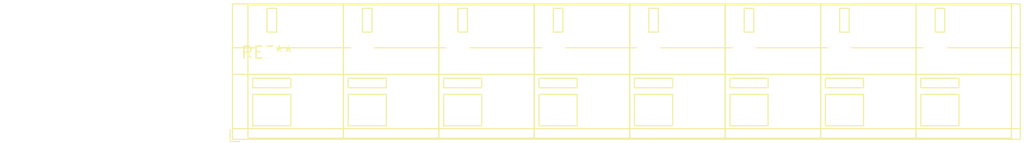
<source format=kicad_pcb>
(kicad_pcb (version 20240108) (generator pcbnew)
  (layers (0 "F.Cu" signal) (31 "B.Cu" signal) (34 "B.Paste" user) (35 "F.Paste" user) (36 "B.SilkS" user "B.Silkscreen") (37 "F.SilkS" user "F.Silkscreen") (38 "B.Mask" user) (39 "F.Mask" user) (44 "Edge.Cuts" user))
  (net 0 "")
  (footprint "TerminalBlock_WAGO_236-308_1x08_P10.00mm_45Degree" (layer "F.Cu") (at 0 0)
    (property "Reference" "REF**")
    (property "Value" "TerminalBlock_WAGO_236-308_1x08_P10.00mm_45Degree")
    (fp_line (start -3.86 8.12) (end -3.86 9.36) (layer "F.SilkS") (stroke (width 0.12)))
    (fp_line (start -3.86 9.36) (end -2.86 9.36) (layer "F.SilkS") (stroke (width 0.12)))
    (fp_line (start -3.62 -5.12) (end -3.62 9.12) (layer "F.SilkS") (stroke (width 0.12)))
    (fp_line (start -3.62 -5.12) (end 78.92 -5.12) (layer "F.SilkS") (stroke (width 0.12)))
    (fp_line (start -3.62 -0.5) (end -1.23 -0.5) (layer "F.SilkS") (stroke (width 0.12)))
    (fp_line (start -3.62 2.3) (end 78.92 2.3) (layer "F.SilkS") (stroke (width 0.12)))
    (fp_line (start -3.62 8) (end 78.92 8) (layer "F.SilkS") (stroke (width 0.12)))
    (fp_line (start -3.62 9.12) (end 78.92 9.12) (layer "F.SilkS") (stroke (width 0.12)))
    (fp_line (start -2 -5) (end -2 9) (layer "F.SilkS") (stroke (width 0.12)))
    (fp_line (start -2 -5) (end 8 -5) (layer "F.SilkS") (stroke (width 0.12)))
    (fp_line (start -2 9) (end 8 9) (layer "F.SilkS") (stroke (width 0.12)))
    (fp_line (start -1.5 2.7) (end -1.5 3.7) (layer "F.SilkS") (stroke (width 0.12)))
    (fp_line (start -1.5 2.7) (end 2.5 2.7) (layer "F.SilkS") (stroke (width 0.12)))
    (fp_line (start -1.5 3.7) (end 2.5 3.7) (layer "F.SilkS") (stroke (width 0.12)))
    (fp_line (start -1.5 4.4) (end -1.5 7.7) (layer "F.SilkS") (stroke (width 0.12)))
    (fp_line (start -1.5 4.4) (end 2.5 4.4) (layer "F.SilkS") (stroke (width 0.12)))
    (fp_line (start -1.5 7.7) (end 2.5 7.7) (layer "F.SilkS") (stroke (width 0.12)))
    (fp_line (start 0 -4.65) (end 0 -2.151) (layer "F.SilkS") (stroke (width 0.12)))
    (fp_line (start 0 -4.65) (end 1 -4.65) (layer "F.SilkS") (stroke (width 0.12)))
    (fp_line (start 0 -2.151) (end 1 -2.151) (layer "F.SilkS") (stroke (width 0.12)))
    (fp_line (start 1 -4.65) (end 1 -2.151) (layer "F.SilkS") (stroke (width 0.12)))
    (fp_line (start 1.23 -0.5) (end 8.77 -0.5) (layer "F.SilkS") (stroke (width 0.12)))
    (fp_line (start 2.5 2.7) (end 2.5 3.7) (layer "F.SilkS") (stroke (width 0.12)))
    (fp_line (start 2.5 4.4) (end 2.5 7.7) (layer "F.SilkS") (stroke (width 0.12)))
    (fp_line (start 8 -5) (end 8 9) (layer "F.SilkS") (stroke (width 0.12)))
    (fp_line (start 8 -5) (end 8 9) (layer "F.SilkS") (stroke (width 0.12)))
    (fp_line (start 8 -5) (end 18 -5) (layer "F.SilkS") (stroke (width 0.12)))
    (fp_line (start 8 9) (end 18 9) (layer "F.SilkS") (stroke (width 0.12)))
    (fp_line (start 8.5 2.7) (end 8.5 3.7) (layer "F.SilkS") (stroke (width 0.12)))
    (fp_line (start 8.5 2.7) (end 12.5 2.7) (layer "F.SilkS") (stroke (width 0.12)))
    (fp_line (start 8.5 3.7) (end 12.5 3.7) (layer "F.SilkS") (stroke (width 0.12)))
    (fp_line (start 8.5 4.4) (end 8.5 7.7) (layer "F.SilkS") (stroke (width 0.12)))
    (fp_line (start 8.5 4.4) (end 12.5 4.4) (layer "F.SilkS") (stroke (width 0.12)))
    (fp_line (start 8.5 7.7) (end 12.5 7.7) (layer "F.SilkS") (stroke (width 0.12)))
    (fp_line (start 10 -4.65) (end 10 -2.151) (layer "F.SilkS") (stroke (width 0.12)))
    (fp_line (start 10 -4.65) (end 11 -4.65) (layer "F.SilkS") (stroke (width 0.12)))
    (fp_line (start 10 -2.151) (end 11 -2.151) (layer "F.SilkS") (stroke (width 0.12)))
    (fp_line (start 11 -4.65) (end 11 -2.151) (layer "F.SilkS") (stroke (width 0.12)))
    (fp_line (start 11.23 -0.5) (end 18.77 -0.5) (layer "F.SilkS") (stroke (width 0.12)))
    (fp_line (start 12.5 2.7) (end 12.5 3.7) (layer "F.SilkS") (stroke (width 0.12)))
    (fp_line (start 12.5 4.4) (end 12.5 7.7) (layer "F.SilkS") (stroke (width 0.12)))
    (fp_line (start 18 -5) (end 18 9) (layer "F.SilkS") (stroke (width 0.12)))
    (fp_line (start 18 -5) (end 18 9) (layer "F.SilkS") (stroke (width 0.12)))
    (fp_line (start 18 -5) (end 28 -5) (layer "F.SilkS") (stroke (width 0.12)))
    (fp_line (start 18 9) (end 28 9) (layer "F.SilkS") (stroke (width 0.12)))
    (fp_line (start 18.5 2.7) (end 18.5 3.7) (layer "F.SilkS") (stroke (width 0.12)))
    (fp_line (start 18.5 2.7) (end 22.5 2.7) (layer "F.SilkS") (stroke (width 0.12)))
    (fp_line (start 18.5 3.7) (end 22.5 3.7) (layer "F.SilkS") (stroke (width 0.12)))
    (fp_line (start 18.5 4.4) (end 18.5 7.7) (layer "F.SilkS") (stroke (width 0.12)))
    (fp_line (start 18.5 4.4) (end 22.5 4.4) (layer "F.SilkS") (stroke (width 0.12)))
    (fp_line (start 18.5 7.7) (end 22.5 7.7) (layer "F.SilkS") (stroke (width 0.12)))
    (fp_line (start 20 -4.65) (end 20 -2.151) (layer "F.SilkS") (stroke (width 0.12)))
    (fp_line (start 20 -4.65) (end 21 -4.65) (layer "F.SilkS") (stroke (width 0.12)))
    (fp_line (start 20 -2.151) (end 21 -2.151) (layer "F.SilkS") (stroke (width 0.12)))
    (fp_line (start 21 -4.65) (end 21 -2.151) (layer "F.SilkS") (stroke (width 0.12)))
    (fp_line (start 21.23 -0.5) (end 28.77 -0.5) (layer "F.SilkS") (stroke (width 0.12)))
    (fp_line (start 22.5 2.7) (end 22.5 3.7) (layer "F.SilkS") (stroke (width 0.12)))
    (fp_line (start 22.5 4.4) (end 22.5 7.7) (layer "F.SilkS") (stroke (width 0.12)))
    (fp_line (start 28 -5) (end 28 9) (layer "F.SilkS") (stroke (width 0.12)))
    (fp_line (start 28 -5) (end 28 9) (layer "F.SilkS") (stroke (width 0.12)))
    (fp_line (start 28 -5) (end 38 -5) (layer "F.SilkS") (stroke (width 0.12)))
    (fp_line (start 28 9) (end 38 9) (layer "F.SilkS") (stroke (width 0.12)))
    (fp_line (start 28.5 2.7) (end 28.5 3.7) (layer "F.SilkS") (stroke (width 0.12)))
    (fp_line (start 28.5 2.7) (end 32.5 2.7) (layer "F.SilkS") (stroke (width 0.12)))
    (fp_line (start 28.5 3.7) (end 32.5 3.7) (layer "F.SilkS") (stroke (width 0.12)))
    (fp_line (start 28.5 4.4) (end 28.5 7.7) (layer "F.SilkS") (stroke (width 0.12)))
    (fp_line (start 28.5 4.4) (end 32.5 4.4) (layer "F.SilkS") (stroke (width 0.12)))
    (fp_line (start 28.5 7.7) (end 32.5 7.7) (layer "F.SilkS") (stroke (width 0.12)))
    (fp_line (start 30 -4.65) (end 30 -2.151) (layer "F.SilkS") (stroke (width 0.12)))
    (fp_line (start 30 -4.65) (end 31 -4.65) (layer "F.SilkS") (stroke (width 0.12)))
    (fp_line (start 30 -2.151) (end 31 -2.151) (layer "F.SilkS") (stroke (width 0.12)))
    (fp_line (start 31 -4.65) (end 31 -2.151) (layer "F.SilkS") (stroke (width 0.12)))
    (fp_line (start 31.23 -0.5) (end 38.77 -0.5) (layer "F.SilkS") (stroke (width 0.12)))
    (fp_line (start 32.5 2.7) (end 32.5 3.7) (layer "F.SilkS") (stroke (width 0.12)))
    (fp_line (start 32.5 4.4) (end 32.5 7.7) (layer "F.SilkS") (stroke (width 0.12)))
    (fp_line (start 38 -5) (end 38 9) (layer "F.SilkS") (stroke (width 0.12)))
    (fp_line (start 38 -5) (end 38 9) (layer "F.SilkS") (stroke (width 0.12)))
    (fp_line (start 38 -5) (end 48 -5) (layer "F.SilkS") (stroke (width 0.12)))
    (fp_line (start 38 9) (end 48 9) (layer "F.SilkS") (stroke (width 0.12)))
    (fp_line (start 38.5 2.7) (end 38.5 3.7) (layer "F.SilkS") (stroke (width 0.12)))
    (fp_line (start 38.5 2.7) (end 42.5 2.7) (layer "F.SilkS") (stroke (width 0.12)))
    (fp_line (start 38.5 3.7) (end 42.5 3.7) (layer "F.SilkS") (stroke (width 0.12)))
    (fp_line (start 38.5 4.4) (end 38.5 7.7) (layer "F.SilkS") (stroke (width 0.12)))
    (fp_line (start 38.5 4.4) (end 42.5 4.4) (layer "F.SilkS") (stroke (width 0.12)))
    (fp_line (start 38.5 7.7) (end 42.5 7.7) (layer "F.SilkS") (stroke (width 0.12)))
    (fp_line (start 40 -4.65) (end 40 -2.151) (layer "F.SilkS") (stroke (width 0.12)))
    (fp_line (start 40 -4.65) (end 41 -4.65) (layer "F.SilkS") (stroke (width 0.12)))
    (fp_line (start 40 -2.151) (end 41 -2.151) (layer "F.SilkS") (stroke (width 0.12)))
    (fp_line (start 41 -4.65) (end 41 -2.151) (layer "F.SilkS") (stroke (width 0.12)))
    (fp_line (start 41.23 -0.5) (end 48.77 -0.5) (layer "F.SilkS") (stroke (width 0.12)))
    (fp_line (start 42.5 2.7) (end 42.5 3.7) (layer "F.SilkS") (stroke (width 0.12)))
    (fp_line (start 42.5 4.4) (end 42.5 7.7) (layer "F.SilkS") (stroke (width 0.12)))
    (fp_line (start 48 -5) (end 48 9) (layer "F.SilkS") (stroke (width 0.12)))
    (fp_line (start 48 -5) (end 48 9) (layer "F.SilkS") (stroke (width 0.12)))
    (fp_line (start 48 -5) (end 58 -5) (layer "F.SilkS") (stroke (width 0.12)))
    (fp_line (start 48 9) (end 58 9) (layer "F.SilkS") (stroke (width 0.12)))
    (fp_line (start 48.5 2.7) (end 48.5 3.7) (layer "F.SilkS") (stroke (width 0.12)))
    (fp_line (start 48.5 2.7) (end 52.5 2.7) (layer "F.SilkS") (stroke (width 0.12)))
    (fp_line (start 48.5 3.7) (end 52.5 3.7) (layer "F.SilkS") (stroke (width 0.12)))
    (fp_line (start 48.5 4.4) (end 48.5 7.7) (layer "F.SilkS") (stroke (width 0.12)))
    (fp_line (start 48.5 4.4) (end 52.5 4.4) (layer "F.SilkS") (stroke (width 0.12)))
    (fp_line (start 48.5 7.7) (end 52.5 7.7) (layer "F.SilkS") (stroke (width 0.12)))
    (fp_line (start 50 -4.65) (end 50 -2.151) (layer "F.SilkS") (stroke (width 0.12)))
    (fp_line (start 50 -4.65) (end 51 -4.65) (layer "F.SilkS") (stroke (width 0.12)))
    (fp_line (start 50 -2.151) (end 51 -2.151) (layer "F.SilkS") (stroke (width 0.12)))
    (fp_line (start 51 -4.65) (end 51 -2.151) (layer "F.SilkS") (stroke (width 0.12)))
    (fp_line (start 51.23 -0.5) (end 58.77 -0.5) (layer "F.SilkS") (stroke (width 0.12)))
    (fp_line (start 52.5 2.7) (end 52.5 3.7) (layer "F.SilkS") (stroke (width 0.12)))
    (fp_line (start 52.5 4.4) (end 52.5 7.7) (layer "F.SilkS") (stroke (width 0.12)))
    (fp_line (start 58 -5) (end 58 9) (layer "F.SilkS") (stroke (width 0.12)))
    (fp_line (start 58 -5) (end 58 9) (layer "F.SilkS") (stroke (width 0.12)))
    (fp_line (start 58 -5) (end 68 -5) (layer "F.SilkS") (stroke (width 0.12)))
    (fp_line (start 58 9) (end 68 9) (layer "F.SilkS") (stroke (width 0.12)))
    (fp_line (start 58.5 2.7) (end 58.5 3.7) (layer "F.SilkS") (stroke (width 0.12)))
    (fp_line (start 58.5 2.7) (end 62.5 2.7) (layer "F.SilkS") (stroke (width 0.12)))
    (fp_line (start 58.5 3.7) (end 62.5 3.7) (layer "F.SilkS") (stroke (width 0.12)))
    (fp_line (start 58.5 4.4) (end 58.5 7.7) (layer "F.SilkS") (stroke (width 0.12)))
    (fp_line (start 58.5 4.4) (end 62.5 4.4) (layer "F.SilkS") (stroke (width 0.12)))
    (fp_line (start 58.5 7.7) (end 62.5 7.7) (layer "F.SilkS") (stroke (width 0.12)))
    (fp_line (start 60 -4.65) (end 60 -2.151) (layer "F.SilkS") (stroke (width 0.12)))
    (fp_line (start 60 -4.65) (end 61 -4.65) (layer "F.SilkS") (stroke (width 0.12)))
    (fp_line (start 60 -2.151) (end 61 -2.151) (layer "F.SilkS") (stroke (width 0.12)))
    (fp_line (start 61 -4.65) (end 61 -2.151) (layer "F.SilkS") (stroke (width 0.12)))
    (fp_line (start 61.23 -0.5) (end 68.77 -0.5) (layer "F.SilkS") (stroke (width 0.12)))
    (fp_line (start 62.5 2.7) (end 62.5 3.7) (layer "F.SilkS") (stroke (width 0.12)))
    (fp_line (start 62.5 4.4) (end 62.5 7.7) (layer "F.SilkS") (stroke (width 0.12)))
    (fp_line (start 68 -5) (end 68 9) (layer "F.SilkS") (stroke (width 0.12)))
    (fp_line (start 68 -5) (end 68 9) (layer "F.SilkS") (stroke (width 0.12)))
    (fp_line (start 68 -5) (end 78 -5) (layer "F.SilkS") (stroke (width 0.12)))
    (fp_line (start 68 9) (end 78 9) (layer "F.SilkS") (stroke (width 0.12)))
    (fp_line (start 68.5 2.7) (end 68.5 3.7) (layer "F.SilkS") (stroke (width 0.12)))
    (fp_line (start 68.5 2.7) (end 72.5 2.7) (layer "F.SilkS") (stroke (width 0.12)))
    (fp_line (start 68.5 3.7) (end 72.5 3.7) (layer "F.SilkS") (stroke (width 0.12)))
    (fp_line (start 68.5 4.4) (end 68.5 7.7) (layer "F.SilkS") (stroke (width 0.12)))
    (fp_line (start 68.5 4.4) (end 72.5 4.4) (layer "F.SilkS") (stroke (width 0.12)))
    (fp_line (start 68.5 7.7) (end 72.5 7.7) (layer "F.SilkS") (stroke (width 0.12)))
    (fp_line (start 70 -4.65) (end 70 -2.151) (layer "F.SilkS") (stroke (width 0.12)))
    (fp_line (start 70 -4.65) (end 71 -4.65) (layer "F.SilkS") (stroke (width 0.12)))
    (fp_line (start 70 -2.151) (end 71 -2.151) (layer "F.SilkS") (stroke (width 0.12)))
    (fp_line (start 71 -4.65) (end 71 -2.151) (layer "F.SilkS") (stroke (width 0.12)))
    (fp_line (start 71.23 -0.5) (end 78.92 -0.5) (layer "F.SilkS") (stroke (width 0.12)))
    (fp_line (start 72.5 2.7) (end 72.5 3.7) (layer "F.SilkS") (stroke (width 0.12)))
    (fp_line (start 72.5 4.4) (end 72.5 7.7) (layer "F.SilkS") (stroke (width 0.12)))
    (fp_line (start 78 -5) (end 78 9) (layer "F.SilkS") (stroke (width 0.12)))
    (fp_line (start 78.92 -5.12) (end 78.92 9.12) (layer "F.SilkS") (stroke (width 0.12)))
    (pad "1" thru_hole rect (at 0 0) (size 1.5 3) (drill 1.15) (layers *.Cu *.Mask) (remove_unused_layers))
    (pad "2" thru_hole oval (at 10 0) (size 1.5 3) (drill 1.15) (layers *.Cu *.Mask) (remove_unused_layers))
    (pad "3" thru_hole oval (at 20 0) (size 1.5 3) (drill 1.15) (layers *.Cu *.Mask) (remove_unused_layers))
    (pad "4" thru_hole oval (at 30 0) (size 1.5 3) (drill 1.15) (layers *.Cu *.Mask) (remove_unused_layers))
    (pad "5" thru_hole oval (at 40 0) (size 1.5 3) (drill 1.15) (layers *.Cu *.Mask) (remove_unused_layers))
    (pad "6" thru_hole oval (at 50 0) (size 1.5 3) (drill 1.15) (layers *.Cu *.Mask) (remove_unused_layers))
    (pad "7" thru_hole oval (at 60 0) (size 1.5 3) (drill 1.15) (layers *.Cu *.Mask) (remove_unused_layers))
    (pad "8" thru_hole oval (at 70 0) (size 1.5 3) (drill 1.15) (layers *.Cu *.Mask) (remove_unused_layers))
  )
)
</source>
